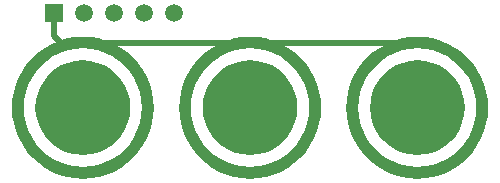
<source format=gtl>
G04*
G04 #@! TF.GenerationSoftware,Altium Limited,Altium Designer,19.0.15 (446)*
G04*
G04 Layer_Physical_Order=1*
G04 Layer_Color=255*
%FSLAX25Y25*%
%MOIN*%
G70*
G01*
G75*
%ADD15C,0.01181*%
%ADD16C,0.02000*%
%ADD17C,0.05906*%
%ADD18R,0.05906X0.05906*%
%ADD19C,0.02362*%
G36*
X407959Y240602D02*
X410369Y240024D01*
X412659Y239075D01*
X414773Y237780D01*
X416657Y236170D01*
X418267Y234285D01*
X419562Y232172D01*
X420511Y229882D01*
X421090Y227471D01*
X421284Y225000D01*
X421090Y222529D01*
X420511Y220118D01*
X419562Y217828D01*
X418267Y215715D01*
X416657Y213830D01*
X414773Y212220D01*
X412659Y210925D01*
X410369Y209976D01*
X407959Y209398D01*
X405500Y209204D01*
X405500D01*
X403041Y209398D01*
X400631Y209976D01*
X398341Y210925D01*
X396227Y212220D01*
X394343Y213830D01*
X392733Y215715D01*
X391438Y217828D01*
X390489Y220118D01*
X389910Y222529D01*
X389716Y225000D01*
X389910Y227471D01*
X390489Y229882D01*
X391438Y232172D01*
X392733Y234285D01*
X394343Y236170D01*
X396227Y237780D01*
X398341Y239075D01*
X400631Y240024D01*
X403041Y240602D01*
X405500Y240796D01*
X405500Y240748D01*
X405500Y240796D01*
X407959Y240602D01*
D02*
G37*
G36*
X352209D02*
X354619Y240024D01*
X356909Y239075D01*
X359023Y237780D01*
X360907Y236170D01*
X362517Y234285D01*
X363812Y232172D01*
X364761Y229882D01*
X365340Y227471D01*
X365534Y225000D01*
X365340Y222529D01*
X364761Y220118D01*
X363812Y217828D01*
X362517Y215715D01*
X360907Y213830D01*
X359023Y212220D01*
X356909Y210925D01*
X354619Y209976D01*
X352209Y209398D01*
X349750Y209204D01*
X349750D01*
X347291Y209398D01*
X344881Y209976D01*
X342591Y210925D01*
X340477Y212220D01*
X338593Y213830D01*
X336983Y215715D01*
X335687Y217828D01*
X334739Y220118D01*
X334160Y222529D01*
X333966Y225000D01*
X334160Y227471D01*
X334739Y229882D01*
X335687Y232172D01*
X336983Y234285D01*
X338593Y236170D01*
X340477Y237780D01*
X342591Y239075D01*
X344881Y240024D01*
X347291Y240602D01*
X349750Y240796D01*
X349750Y240748D01*
X349750Y240796D01*
X352209Y240602D01*
D02*
G37*
G36*
X296459D02*
X298869Y240024D01*
X301159Y239075D01*
X303273Y237780D01*
X305157Y236170D01*
X306767Y234285D01*
X308063Y232172D01*
X309011Y229882D01*
X309590Y227471D01*
X309784Y225000D01*
X309590Y222529D01*
X309011Y220118D01*
X308063Y217828D01*
X306767Y215715D01*
X305157Y213830D01*
X303273Y212220D01*
X301159Y210925D01*
X298869Y209976D01*
X296459Y209398D01*
X294000Y209204D01*
X294000D01*
X291541Y209398D01*
X289131Y209976D01*
X286841Y210925D01*
X284727Y212220D01*
X282843Y213830D01*
X281233Y215715D01*
X279938Y217828D01*
X278989Y220118D01*
X278410Y222529D01*
X278216Y225000D01*
X278410Y227471D01*
X278989Y229882D01*
X279938Y232172D01*
X281233Y234285D01*
X282843Y236170D01*
X284727Y237780D01*
X286841Y239075D01*
X289131Y240024D01*
X291541Y240602D01*
X294000Y240796D01*
X294000Y240748D01*
X294000Y240796D01*
X296459Y240602D01*
D02*
G37*
G36*
X408130Y248511D02*
X410746Y248066D01*
X413295Y247332D01*
X415747Y246316D01*
X418069Y245033D01*
X420232Y243498D01*
X422211Y241730D01*
X423979Y239751D01*
X425514Y237587D01*
X426797Y235265D01*
X427813Y232814D01*
X428547Y230265D01*
X428992Y227649D01*
X429141Y225000D01*
X428992Y222351D01*
X428547Y219735D01*
X427813Y217186D01*
X426797Y214735D01*
X425514Y212413D01*
X423979Y210249D01*
X422211Y208270D01*
X420232Y206502D01*
X418069Y204967D01*
X415747Y203684D01*
X413295Y202668D01*
X410746Y201934D01*
X408130Y201489D01*
X405500Y201342D01*
X405500D01*
X402870Y201489D01*
X400254Y201934D01*
X397705Y202668D01*
X395253Y203684D01*
X392931Y204967D01*
X390768Y206502D01*
X388789Y208270D01*
X387021Y210249D01*
X385486Y212413D01*
X384203Y214735D01*
X383187Y217186D01*
X382453Y219735D01*
X382008Y222351D01*
X381859Y225000D01*
X382008Y227649D01*
X382453Y230265D01*
X383187Y232814D01*
X384203Y235265D01*
X385486Y237587D01*
X387021Y239751D01*
X388789Y241730D01*
X390768Y243498D01*
X392931Y245033D01*
X395253Y246316D01*
X397705Y247332D01*
X400254Y248066D01*
X402870Y248511D01*
X405500Y248658D01*
X405500Y248622D01*
X405500Y244726D01*
X402941Y244559D01*
X400410Y244055D01*
X397966Y243226D01*
X395652Y242084D01*
X393507Y240651D01*
X391566Y238949D01*
X389865Y237009D01*
X388431Y234864D01*
X387290Y232549D01*
X386461Y230106D01*
X385957Y227575D01*
X385788Y225000D01*
X385957Y222425D01*
X386461Y219894D01*
X387290Y217451D01*
X388431Y215136D01*
X389865Y212991D01*
X391566Y211051D01*
X393507Y209349D01*
X395652Y207916D01*
X397966Y206774D01*
X400410Y205945D01*
X402941Y205441D01*
X405500Y205274D01*
X405500D01*
X408059Y205441D01*
X410590Y205945D01*
X413034Y206774D01*
X415348Y207916D01*
X417493Y209349D01*
X419434Y211051D01*
X421135Y212991D01*
X422569Y215136D01*
X423710Y217451D01*
X424539Y219894D01*
X425043Y222425D01*
X425212Y225000D01*
X425043Y227575D01*
X424539Y230106D01*
X423710Y232549D01*
X422569Y234864D01*
X421135Y237009D01*
X419434Y238949D01*
X417493Y240651D01*
X415348Y242084D01*
X413034Y243226D01*
X410590Y244055D01*
X408059Y244559D01*
X405500Y244726D01*
X405500Y244685D01*
X405500Y248658D01*
X408130Y248511D01*
D02*
G37*
G36*
X352380D02*
X354996Y248066D01*
X357545Y247332D01*
X359997Y246316D01*
X362319Y245033D01*
X364482Y243498D01*
X366461Y241730D01*
X368229Y239751D01*
X369764Y237587D01*
X371047Y235265D01*
X372063Y232814D01*
X372797Y230265D01*
X373242Y227649D01*
X373391Y225000D01*
X373242Y222351D01*
X372797Y219735D01*
X372063Y217186D01*
X371047Y214735D01*
X369764Y212413D01*
X368229Y210249D01*
X366461Y208270D01*
X364482Y206502D01*
X362319Y204967D01*
X359997Y203684D01*
X357545Y202668D01*
X354996Y201934D01*
X352380Y201489D01*
X349750Y201342D01*
X349750D01*
X347120Y201489D01*
X344504Y201934D01*
X341955Y202668D01*
X339503Y203684D01*
X337181Y204967D01*
X335017Y206502D01*
X333039Y208270D01*
X331271Y210249D01*
X329736Y212413D01*
X328452Y214735D01*
X327437Y217186D01*
X326703Y219735D01*
X326258Y222351D01*
X326110Y225000D01*
X326258Y227649D01*
X326703Y230265D01*
X327437Y232814D01*
X328452Y235265D01*
X329736Y237587D01*
X331271Y239751D01*
X333039Y241730D01*
X335017Y243498D01*
X337181Y245033D01*
X339503Y246316D01*
X341955Y247332D01*
X344504Y248066D01*
X347120Y248511D01*
X349750Y248658D01*
X349750Y248622D01*
X349750Y244726D01*
X347191Y244559D01*
X344660Y244055D01*
X342216Y243226D01*
X339902Y242084D01*
X337756Y240651D01*
X335816Y238949D01*
X334115Y237009D01*
X332681Y234864D01*
X331540Y232549D01*
X330711Y230106D01*
X330207Y227575D01*
X330038Y225000D01*
X330207Y222425D01*
X330711Y219894D01*
X331540Y217451D01*
X332681Y215136D01*
X334115Y212991D01*
X335816Y211051D01*
X337756Y209349D01*
X339902Y207916D01*
X342216Y206774D01*
X344660Y205945D01*
X347191Y205441D01*
X349750Y205274D01*
X349750D01*
X352309Y205441D01*
X354840Y205945D01*
X357284Y206774D01*
X359598Y207916D01*
X361743Y209349D01*
X363684Y211051D01*
X365385Y212991D01*
X366819Y215136D01*
X367960Y217451D01*
X368789Y219894D01*
X369293Y222425D01*
X369462Y225000D01*
X369293Y227575D01*
X368789Y230106D01*
X367960Y232549D01*
X366819Y234864D01*
X365385Y237009D01*
X363684Y238949D01*
X361743Y240651D01*
X359598Y242084D01*
X357284Y243226D01*
X354840Y244055D01*
X352309Y244559D01*
X349750Y244726D01*
X349750Y244685D01*
X349750Y248658D01*
X352380Y248511D01*
D02*
G37*
G36*
X296630D02*
X299246Y248066D01*
X301795Y247332D01*
X304247Y246316D01*
X306569Y245033D01*
X308733Y243498D01*
X310711Y241730D01*
X312479Y239751D01*
X314014Y237587D01*
X315298Y235265D01*
X316313Y232814D01*
X317047Y230265D01*
X317492Y227649D01*
X317640Y225000D01*
X317492Y222351D01*
X317047Y219735D01*
X316313Y217186D01*
X315298Y214735D01*
X314014Y212413D01*
X312479Y210249D01*
X310711Y208270D01*
X308733Y206502D01*
X306569Y204967D01*
X304247Y203684D01*
X301795Y202668D01*
X299246Y201934D01*
X296630Y201489D01*
X294000Y201342D01*
X294000D01*
X291370Y201489D01*
X288754Y201934D01*
X286205Y202668D01*
X283753Y203684D01*
X281431Y204967D01*
X279268Y206502D01*
X277289Y208270D01*
X275521Y210249D01*
X273986Y212413D01*
X272703Y214735D01*
X271687Y217186D01*
X270953Y219735D01*
X270508Y222351D01*
X270359Y225000D01*
X270508Y227649D01*
X270953Y230265D01*
X271687Y232814D01*
X272703Y235265D01*
X273986Y237587D01*
X275521Y239751D01*
X277289Y241730D01*
X279268Y243498D01*
X281431Y245033D01*
X283753Y246316D01*
X286205Y247332D01*
X288754Y248066D01*
X291370Y248511D01*
X294000Y248658D01*
X294000Y248622D01*
X294000Y244726D01*
X291441Y244559D01*
X288910Y244055D01*
X286466Y243226D01*
X284152Y242084D01*
X282007Y240651D01*
X280066Y238949D01*
X278365Y237009D01*
X276931Y234864D01*
X275790Y232549D01*
X274961Y230106D01*
X274457Y227575D01*
X274288Y225000D01*
X274457Y222425D01*
X274961Y219894D01*
X275790Y217451D01*
X276931Y215136D01*
X278365Y212991D01*
X280066Y211051D01*
X282007Y209349D01*
X284152Y207916D01*
X286466Y206774D01*
X288910Y205945D01*
X291441Y205441D01*
X294000Y205274D01*
X294000D01*
X296559Y205441D01*
X299090Y205945D01*
X301534Y206774D01*
X303848Y207916D01*
X305994Y209349D01*
X307934Y211051D01*
X309635Y212991D01*
X311069Y215136D01*
X312210Y217451D01*
X313039Y219894D01*
X313543Y222425D01*
X313712Y225000D01*
X313543Y227575D01*
X313039Y230106D01*
X312210Y232549D01*
X311069Y234864D01*
X309635Y237009D01*
X307934Y238949D01*
X305994Y240651D01*
X303848Y242084D01*
X301534Y243226D01*
X299090Y244055D01*
X296559Y244559D01*
X294000Y244726D01*
X294000Y244685D01*
X294000Y248658D01*
X296630Y248511D01*
D02*
G37*
D15*
X294000Y246654D02*
D03*
Y225000D02*
D03*
X405500Y246654D02*
D03*
Y225000D02*
D03*
X349750Y246654D02*
D03*
Y225000D02*
D03*
D16*
Y246654D02*
X405500D01*
X294000D02*
X349750D01*
X284500Y249000D02*
Y256685D01*
Y249000D02*
X286846Y246654D01*
X294000D01*
D17*
X324500Y256685D02*
D03*
X314500D02*
D03*
X304500D02*
D03*
X294500D02*
D03*
D18*
X284500D02*
D03*
D19*
X413500Y224500D02*
D03*
X341500Y225000D02*
D03*
X285500Y225500D02*
D03*
M02*

</source>
